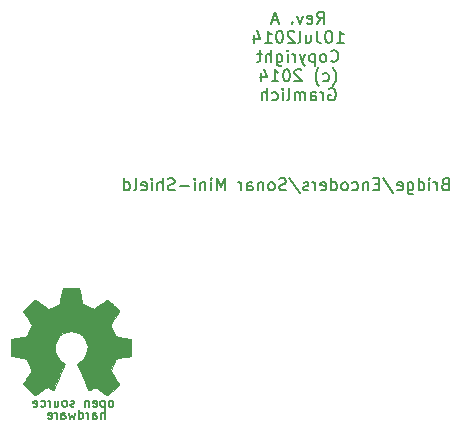
<source format=gbo>
%FSLAX34Y34*%
G04 Gerber Fmt 3.4, Leading zero omitted, Abs format*
G04 (created by PCBNEW (2014-jan-25)-product) date Thu 10 Jul 2014 10:52:34 PM PDT*
%MOIN*%
G01*
G70*
G90*
G04 APERTURE LIST*
%ADD10C,0.003937*%
%ADD11C,0.008000*%
%ADD12C,0.006000*%
%ADD13C,0.000100*%
G04 APERTURE END LIST*
G54D10*
G54D11*
X45030Y-49971D02*
X44973Y-49990D01*
X44954Y-50009D01*
X44935Y-50047D01*
X44935Y-50104D01*
X44954Y-50142D01*
X44973Y-50161D01*
X45011Y-50180D01*
X45164Y-50180D01*
X45164Y-49780D01*
X45030Y-49780D01*
X44992Y-49800D01*
X44973Y-49819D01*
X44954Y-49857D01*
X44954Y-49895D01*
X44973Y-49933D01*
X44992Y-49952D01*
X45030Y-49971D01*
X45164Y-49971D01*
X44764Y-50180D02*
X44764Y-49914D01*
X44764Y-49990D02*
X44745Y-49952D01*
X44726Y-49933D01*
X44688Y-49914D01*
X44649Y-49914D01*
X44516Y-50180D02*
X44516Y-49914D01*
X44516Y-49780D02*
X44535Y-49800D01*
X44516Y-49819D01*
X44497Y-49800D01*
X44516Y-49780D01*
X44516Y-49819D01*
X44154Y-50180D02*
X44154Y-49780D01*
X44154Y-50161D02*
X44192Y-50180D01*
X44269Y-50180D01*
X44307Y-50161D01*
X44326Y-50142D01*
X44345Y-50104D01*
X44345Y-49990D01*
X44326Y-49952D01*
X44307Y-49933D01*
X44269Y-49914D01*
X44192Y-49914D01*
X44154Y-49933D01*
X43792Y-49914D02*
X43792Y-50238D01*
X43811Y-50276D01*
X43830Y-50295D01*
X43869Y-50314D01*
X43926Y-50314D01*
X43964Y-50295D01*
X43792Y-50161D02*
X43830Y-50180D01*
X43907Y-50180D01*
X43945Y-50161D01*
X43964Y-50142D01*
X43983Y-50104D01*
X43983Y-49990D01*
X43964Y-49952D01*
X43945Y-49933D01*
X43907Y-49914D01*
X43830Y-49914D01*
X43792Y-49933D01*
X43449Y-50161D02*
X43488Y-50180D01*
X43564Y-50180D01*
X43602Y-50161D01*
X43621Y-50123D01*
X43621Y-49971D01*
X43602Y-49933D01*
X43564Y-49914D01*
X43488Y-49914D01*
X43449Y-49933D01*
X43430Y-49971D01*
X43430Y-50009D01*
X43621Y-50047D01*
X42973Y-49761D02*
X43316Y-50276D01*
X42840Y-49971D02*
X42707Y-49971D01*
X42649Y-50180D02*
X42840Y-50180D01*
X42840Y-49780D01*
X42649Y-49780D01*
X42478Y-49914D02*
X42478Y-50180D01*
X42478Y-49952D02*
X42459Y-49933D01*
X42421Y-49914D01*
X42364Y-49914D01*
X42326Y-49933D01*
X42307Y-49971D01*
X42307Y-50180D01*
X41945Y-50161D02*
X41983Y-50180D01*
X42059Y-50180D01*
X42097Y-50161D01*
X42116Y-50142D01*
X42135Y-50104D01*
X42135Y-49990D01*
X42116Y-49952D01*
X42097Y-49933D01*
X42059Y-49914D01*
X41983Y-49914D01*
X41945Y-49933D01*
X41716Y-50180D02*
X41754Y-50161D01*
X41773Y-50142D01*
X41792Y-50104D01*
X41792Y-49990D01*
X41773Y-49952D01*
X41754Y-49933D01*
X41716Y-49914D01*
X41659Y-49914D01*
X41621Y-49933D01*
X41602Y-49952D01*
X41583Y-49990D01*
X41583Y-50104D01*
X41602Y-50142D01*
X41621Y-50161D01*
X41659Y-50180D01*
X41716Y-50180D01*
X41240Y-50180D02*
X41240Y-49780D01*
X41240Y-50161D02*
X41278Y-50180D01*
X41354Y-50180D01*
X41392Y-50161D01*
X41411Y-50142D01*
X41430Y-50104D01*
X41430Y-49990D01*
X41411Y-49952D01*
X41392Y-49933D01*
X41354Y-49914D01*
X41278Y-49914D01*
X41240Y-49933D01*
X40897Y-50161D02*
X40935Y-50180D01*
X41011Y-50180D01*
X41049Y-50161D01*
X41069Y-50123D01*
X41069Y-49971D01*
X41049Y-49933D01*
X41011Y-49914D01*
X40935Y-49914D01*
X40897Y-49933D01*
X40878Y-49971D01*
X40878Y-50009D01*
X41069Y-50047D01*
X40707Y-50180D02*
X40707Y-49914D01*
X40707Y-49990D02*
X40688Y-49952D01*
X40669Y-49933D01*
X40630Y-49914D01*
X40592Y-49914D01*
X40478Y-50161D02*
X40440Y-50180D01*
X40364Y-50180D01*
X40326Y-50161D01*
X40307Y-50123D01*
X40307Y-50104D01*
X40326Y-50066D01*
X40364Y-50047D01*
X40421Y-50047D01*
X40459Y-50028D01*
X40478Y-49990D01*
X40478Y-49971D01*
X40459Y-49933D01*
X40421Y-49914D01*
X40364Y-49914D01*
X40326Y-49933D01*
X39850Y-49761D02*
X40192Y-50276D01*
X39735Y-50161D02*
X39678Y-50180D01*
X39583Y-50180D01*
X39545Y-50161D01*
X39526Y-50142D01*
X39507Y-50104D01*
X39507Y-50066D01*
X39526Y-50028D01*
X39545Y-50009D01*
X39583Y-49990D01*
X39659Y-49971D01*
X39697Y-49952D01*
X39716Y-49933D01*
X39735Y-49895D01*
X39735Y-49857D01*
X39716Y-49819D01*
X39697Y-49800D01*
X39659Y-49780D01*
X39564Y-49780D01*
X39507Y-49800D01*
X39278Y-50180D02*
X39316Y-50161D01*
X39335Y-50142D01*
X39354Y-50104D01*
X39354Y-49990D01*
X39335Y-49952D01*
X39316Y-49933D01*
X39278Y-49914D01*
X39221Y-49914D01*
X39183Y-49933D01*
X39164Y-49952D01*
X39145Y-49990D01*
X39145Y-50104D01*
X39164Y-50142D01*
X39183Y-50161D01*
X39221Y-50180D01*
X39278Y-50180D01*
X38973Y-49914D02*
X38973Y-50180D01*
X38973Y-49952D02*
X38954Y-49933D01*
X38916Y-49914D01*
X38859Y-49914D01*
X38821Y-49933D01*
X38802Y-49971D01*
X38802Y-50180D01*
X38440Y-50180D02*
X38440Y-49971D01*
X38459Y-49933D01*
X38497Y-49914D01*
X38573Y-49914D01*
X38611Y-49933D01*
X38440Y-50161D02*
X38478Y-50180D01*
X38573Y-50180D01*
X38611Y-50161D01*
X38630Y-50123D01*
X38630Y-50085D01*
X38611Y-50047D01*
X38573Y-50028D01*
X38478Y-50028D01*
X38440Y-50009D01*
X38250Y-50180D02*
X38250Y-49914D01*
X38250Y-49990D02*
X38230Y-49952D01*
X38211Y-49933D01*
X38173Y-49914D01*
X38135Y-49914D01*
X37697Y-50180D02*
X37697Y-49780D01*
X37564Y-50066D01*
X37430Y-49780D01*
X37430Y-50180D01*
X37240Y-50180D02*
X37240Y-49914D01*
X37240Y-49780D02*
X37259Y-49800D01*
X37240Y-49819D01*
X37221Y-49800D01*
X37240Y-49780D01*
X37240Y-49819D01*
X37050Y-49914D02*
X37050Y-50180D01*
X37050Y-49952D02*
X37030Y-49933D01*
X36992Y-49914D01*
X36935Y-49914D01*
X36897Y-49933D01*
X36878Y-49971D01*
X36878Y-50180D01*
X36688Y-50180D02*
X36688Y-49914D01*
X36688Y-49780D02*
X36707Y-49800D01*
X36688Y-49819D01*
X36669Y-49800D01*
X36688Y-49780D01*
X36688Y-49819D01*
X36497Y-50028D02*
X36192Y-50028D01*
X36021Y-50161D02*
X35964Y-50180D01*
X35869Y-50180D01*
X35830Y-50161D01*
X35811Y-50142D01*
X35792Y-50104D01*
X35792Y-50066D01*
X35811Y-50028D01*
X35830Y-50009D01*
X35869Y-49990D01*
X35945Y-49971D01*
X35983Y-49952D01*
X36002Y-49933D01*
X36021Y-49895D01*
X36021Y-49857D01*
X36002Y-49819D01*
X35983Y-49800D01*
X35945Y-49780D01*
X35850Y-49780D01*
X35792Y-49800D01*
X35621Y-50180D02*
X35621Y-49780D01*
X35450Y-50180D02*
X35450Y-49971D01*
X35469Y-49933D01*
X35507Y-49914D01*
X35564Y-49914D01*
X35602Y-49933D01*
X35621Y-49952D01*
X35259Y-50180D02*
X35259Y-49914D01*
X35259Y-49780D02*
X35278Y-49800D01*
X35259Y-49819D01*
X35240Y-49800D01*
X35259Y-49780D01*
X35259Y-49819D01*
X34916Y-50161D02*
X34954Y-50180D01*
X35030Y-50180D01*
X35069Y-50161D01*
X35088Y-50123D01*
X35088Y-49971D01*
X35069Y-49933D01*
X35030Y-49914D01*
X34954Y-49914D01*
X34916Y-49933D01*
X34897Y-49971D01*
X34897Y-50009D01*
X35088Y-50047D01*
X34669Y-50180D02*
X34707Y-50161D01*
X34726Y-50123D01*
X34726Y-49780D01*
X34345Y-50180D02*
X34345Y-49780D01*
X34345Y-50161D02*
X34383Y-50180D01*
X34459Y-50180D01*
X34497Y-50161D01*
X34516Y-50142D01*
X34535Y-50104D01*
X34535Y-49990D01*
X34516Y-49952D01*
X34497Y-49933D01*
X34459Y-49914D01*
X34383Y-49914D01*
X34345Y-49933D01*
X40769Y-44620D02*
X40902Y-44430D01*
X40997Y-44620D02*
X40997Y-44220D01*
X40845Y-44220D01*
X40807Y-44240D01*
X40788Y-44259D01*
X40769Y-44297D01*
X40769Y-44354D01*
X40788Y-44392D01*
X40807Y-44411D01*
X40845Y-44430D01*
X40997Y-44430D01*
X40445Y-44601D02*
X40483Y-44620D01*
X40559Y-44620D01*
X40597Y-44601D01*
X40616Y-44563D01*
X40616Y-44411D01*
X40597Y-44373D01*
X40559Y-44354D01*
X40483Y-44354D01*
X40445Y-44373D01*
X40426Y-44411D01*
X40426Y-44449D01*
X40616Y-44487D01*
X40292Y-44354D02*
X40197Y-44620D01*
X40102Y-44354D01*
X39950Y-44582D02*
X39930Y-44601D01*
X39950Y-44620D01*
X39969Y-44601D01*
X39950Y-44582D01*
X39950Y-44620D01*
X39473Y-44506D02*
X39283Y-44506D01*
X39511Y-44620D02*
X39378Y-44220D01*
X39245Y-44620D01*
X41426Y-45260D02*
X41654Y-45260D01*
X41540Y-45260D02*
X41540Y-44860D01*
X41578Y-44918D01*
X41616Y-44956D01*
X41654Y-44975D01*
X41178Y-44860D02*
X41140Y-44860D01*
X41102Y-44880D01*
X41083Y-44899D01*
X41064Y-44937D01*
X41045Y-45013D01*
X41045Y-45108D01*
X41064Y-45184D01*
X41083Y-45222D01*
X41102Y-45241D01*
X41140Y-45260D01*
X41178Y-45260D01*
X41216Y-45241D01*
X41235Y-45222D01*
X41254Y-45184D01*
X41273Y-45108D01*
X41273Y-45013D01*
X41254Y-44937D01*
X41235Y-44899D01*
X41216Y-44880D01*
X41178Y-44860D01*
X40759Y-44860D02*
X40759Y-45146D01*
X40778Y-45203D01*
X40816Y-45241D01*
X40873Y-45260D01*
X40911Y-45260D01*
X40397Y-44994D02*
X40397Y-45260D01*
X40569Y-44994D02*
X40569Y-45203D01*
X40549Y-45241D01*
X40511Y-45260D01*
X40454Y-45260D01*
X40416Y-45241D01*
X40397Y-45222D01*
X40149Y-45260D02*
X40188Y-45241D01*
X40207Y-45203D01*
X40207Y-44860D01*
X40016Y-44899D02*
X39997Y-44880D01*
X39959Y-44860D01*
X39864Y-44860D01*
X39826Y-44880D01*
X39807Y-44899D01*
X39788Y-44937D01*
X39788Y-44975D01*
X39807Y-45032D01*
X40035Y-45260D01*
X39788Y-45260D01*
X39540Y-44860D02*
X39502Y-44860D01*
X39464Y-44880D01*
X39445Y-44899D01*
X39426Y-44937D01*
X39407Y-45013D01*
X39407Y-45108D01*
X39426Y-45184D01*
X39445Y-45222D01*
X39464Y-45241D01*
X39502Y-45260D01*
X39540Y-45260D01*
X39578Y-45241D01*
X39597Y-45222D01*
X39616Y-45184D01*
X39635Y-45108D01*
X39635Y-45013D01*
X39616Y-44937D01*
X39597Y-44899D01*
X39578Y-44880D01*
X39540Y-44860D01*
X39026Y-45260D02*
X39254Y-45260D01*
X39140Y-45260D02*
X39140Y-44860D01*
X39178Y-44918D01*
X39216Y-44956D01*
X39254Y-44975D01*
X38683Y-44994D02*
X38683Y-45260D01*
X38778Y-44841D02*
X38873Y-45127D01*
X38626Y-45127D01*
X41235Y-45862D02*
X41254Y-45881D01*
X41311Y-45900D01*
X41350Y-45900D01*
X41407Y-45881D01*
X41445Y-45843D01*
X41464Y-45805D01*
X41483Y-45729D01*
X41483Y-45672D01*
X41464Y-45596D01*
X41445Y-45558D01*
X41407Y-45520D01*
X41350Y-45500D01*
X41311Y-45500D01*
X41254Y-45520D01*
X41235Y-45539D01*
X41007Y-45900D02*
X41045Y-45881D01*
X41064Y-45862D01*
X41083Y-45824D01*
X41083Y-45710D01*
X41064Y-45672D01*
X41045Y-45653D01*
X41007Y-45634D01*
X40950Y-45634D01*
X40911Y-45653D01*
X40892Y-45672D01*
X40873Y-45710D01*
X40873Y-45824D01*
X40892Y-45862D01*
X40911Y-45881D01*
X40950Y-45900D01*
X41007Y-45900D01*
X40702Y-45634D02*
X40702Y-46034D01*
X40702Y-45653D02*
X40664Y-45634D01*
X40588Y-45634D01*
X40550Y-45653D01*
X40530Y-45672D01*
X40511Y-45710D01*
X40511Y-45824D01*
X40530Y-45862D01*
X40550Y-45881D01*
X40588Y-45900D01*
X40664Y-45900D01*
X40702Y-45881D01*
X40378Y-45634D02*
X40283Y-45900D01*
X40188Y-45634D02*
X40283Y-45900D01*
X40321Y-45996D01*
X40340Y-46015D01*
X40378Y-46034D01*
X40035Y-45900D02*
X40035Y-45634D01*
X40035Y-45710D02*
X40016Y-45672D01*
X39997Y-45653D01*
X39959Y-45634D01*
X39921Y-45634D01*
X39788Y-45900D02*
X39788Y-45634D01*
X39788Y-45500D02*
X39807Y-45520D01*
X39788Y-45539D01*
X39769Y-45520D01*
X39788Y-45500D01*
X39788Y-45539D01*
X39426Y-45634D02*
X39426Y-45958D01*
X39445Y-45996D01*
X39464Y-46015D01*
X39502Y-46034D01*
X39559Y-46034D01*
X39597Y-46015D01*
X39426Y-45881D02*
X39464Y-45900D01*
X39540Y-45900D01*
X39578Y-45881D01*
X39597Y-45862D01*
X39616Y-45824D01*
X39616Y-45710D01*
X39597Y-45672D01*
X39578Y-45653D01*
X39540Y-45634D01*
X39464Y-45634D01*
X39426Y-45653D01*
X39235Y-45900D02*
X39235Y-45500D01*
X39064Y-45900D02*
X39064Y-45691D01*
X39083Y-45653D01*
X39121Y-45634D01*
X39178Y-45634D01*
X39216Y-45653D01*
X39235Y-45672D01*
X38930Y-45634D02*
X38778Y-45634D01*
X38873Y-45500D02*
X38873Y-45843D01*
X38854Y-45881D01*
X38816Y-45900D01*
X38778Y-45900D01*
X41292Y-46693D02*
X41311Y-46674D01*
X41349Y-46617D01*
X41369Y-46579D01*
X41388Y-46521D01*
X41407Y-46426D01*
X41407Y-46350D01*
X41388Y-46255D01*
X41369Y-46198D01*
X41349Y-46160D01*
X41311Y-46102D01*
X41292Y-46083D01*
X40969Y-46521D02*
X41007Y-46540D01*
X41083Y-46540D01*
X41121Y-46521D01*
X41140Y-46502D01*
X41159Y-46464D01*
X41159Y-46350D01*
X41140Y-46312D01*
X41121Y-46293D01*
X41083Y-46274D01*
X41007Y-46274D01*
X40969Y-46293D01*
X40835Y-46693D02*
X40816Y-46674D01*
X40778Y-46617D01*
X40759Y-46579D01*
X40740Y-46521D01*
X40721Y-46426D01*
X40721Y-46350D01*
X40740Y-46255D01*
X40759Y-46198D01*
X40778Y-46160D01*
X40816Y-46102D01*
X40835Y-46083D01*
X40245Y-46179D02*
X40226Y-46160D01*
X40188Y-46140D01*
X40092Y-46140D01*
X40054Y-46160D01*
X40035Y-46179D01*
X40016Y-46217D01*
X40016Y-46255D01*
X40035Y-46312D01*
X40264Y-46540D01*
X40016Y-46540D01*
X39769Y-46140D02*
X39730Y-46140D01*
X39692Y-46160D01*
X39673Y-46179D01*
X39654Y-46217D01*
X39635Y-46293D01*
X39635Y-46388D01*
X39654Y-46464D01*
X39673Y-46502D01*
X39692Y-46521D01*
X39730Y-46540D01*
X39769Y-46540D01*
X39807Y-46521D01*
X39826Y-46502D01*
X39845Y-46464D01*
X39864Y-46388D01*
X39864Y-46293D01*
X39845Y-46217D01*
X39826Y-46179D01*
X39807Y-46160D01*
X39769Y-46140D01*
X39254Y-46540D02*
X39483Y-46540D01*
X39369Y-46540D02*
X39369Y-46140D01*
X39407Y-46198D01*
X39445Y-46236D01*
X39483Y-46255D01*
X38911Y-46274D02*
X38911Y-46540D01*
X39007Y-46121D02*
X39102Y-46407D01*
X38854Y-46407D01*
X41169Y-46800D02*
X41207Y-46780D01*
X41264Y-46780D01*
X41321Y-46800D01*
X41359Y-46838D01*
X41378Y-46876D01*
X41397Y-46952D01*
X41397Y-47009D01*
X41378Y-47085D01*
X41359Y-47123D01*
X41321Y-47161D01*
X41264Y-47180D01*
X41226Y-47180D01*
X41169Y-47161D01*
X41150Y-47142D01*
X41150Y-47009D01*
X41226Y-47009D01*
X40978Y-47180D02*
X40978Y-46914D01*
X40978Y-46990D02*
X40959Y-46952D01*
X40940Y-46933D01*
X40902Y-46914D01*
X40864Y-46914D01*
X40559Y-47180D02*
X40559Y-46971D01*
X40578Y-46933D01*
X40616Y-46914D01*
X40692Y-46914D01*
X40730Y-46933D01*
X40559Y-47161D02*
X40597Y-47180D01*
X40692Y-47180D01*
X40730Y-47161D01*
X40750Y-47123D01*
X40750Y-47085D01*
X40730Y-47047D01*
X40692Y-47028D01*
X40597Y-47028D01*
X40559Y-47009D01*
X40369Y-47180D02*
X40369Y-46914D01*
X40369Y-46952D02*
X40350Y-46933D01*
X40311Y-46914D01*
X40254Y-46914D01*
X40216Y-46933D01*
X40197Y-46971D01*
X40197Y-47180D01*
X40197Y-46971D02*
X40178Y-46933D01*
X40140Y-46914D01*
X40083Y-46914D01*
X40045Y-46933D01*
X40026Y-46971D01*
X40026Y-47180D01*
X39778Y-47180D02*
X39816Y-47161D01*
X39835Y-47123D01*
X39835Y-46780D01*
X39626Y-47180D02*
X39626Y-46914D01*
X39626Y-46780D02*
X39645Y-46800D01*
X39626Y-46819D01*
X39607Y-46800D01*
X39626Y-46780D01*
X39626Y-46819D01*
X39264Y-47161D02*
X39302Y-47180D01*
X39378Y-47180D01*
X39416Y-47161D01*
X39435Y-47142D01*
X39454Y-47104D01*
X39454Y-46990D01*
X39435Y-46952D01*
X39416Y-46933D01*
X39378Y-46914D01*
X39302Y-46914D01*
X39264Y-46933D01*
X39092Y-47180D02*
X39092Y-46780D01*
X38921Y-47180D02*
X38921Y-46971D01*
X38940Y-46933D01*
X38978Y-46914D01*
X39035Y-46914D01*
X39073Y-46933D01*
X39092Y-46952D01*
G54D12*
X33687Y-57795D02*
X33687Y-57495D01*
X33558Y-57795D02*
X33558Y-57638D01*
X33572Y-57610D01*
X33601Y-57595D01*
X33644Y-57595D01*
X33672Y-57610D01*
X33687Y-57624D01*
X33287Y-57795D02*
X33287Y-57638D01*
X33301Y-57610D01*
X33330Y-57595D01*
X33387Y-57595D01*
X33415Y-57610D01*
X33287Y-57781D02*
X33315Y-57795D01*
X33387Y-57795D01*
X33415Y-57781D01*
X33430Y-57752D01*
X33430Y-57724D01*
X33415Y-57695D01*
X33387Y-57681D01*
X33315Y-57681D01*
X33287Y-57667D01*
X33144Y-57795D02*
X33144Y-57595D01*
X33144Y-57652D02*
X33130Y-57624D01*
X33115Y-57610D01*
X33087Y-57595D01*
X33058Y-57595D01*
X32830Y-57795D02*
X32830Y-57495D01*
X32830Y-57781D02*
X32858Y-57795D01*
X32915Y-57795D01*
X32944Y-57781D01*
X32958Y-57767D01*
X32972Y-57738D01*
X32972Y-57652D01*
X32958Y-57624D01*
X32944Y-57610D01*
X32915Y-57595D01*
X32858Y-57595D01*
X32830Y-57610D01*
X32715Y-57595D02*
X32658Y-57795D01*
X32601Y-57652D01*
X32544Y-57795D01*
X32487Y-57595D01*
X32244Y-57795D02*
X32244Y-57638D01*
X32258Y-57610D01*
X32287Y-57595D01*
X32344Y-57595D01*
X32372Y-57610D01*
X32244Y-57781D02*
X32272Y-57795D01*
X32344Y-57795D01*
X32372Y-57781D01*
X32387Y-57752D01*
X32387Y-57724D01*
X32372Y-57695D01*
X32344Y-57681D01*
X32272Y-57681D01*
X32244Y-57667D01*
X32101Y-57795D02*
X32101Y-57595D01*
X32101Y-57652D02*
X32087Y-57624D01*
X32072Y-57610D01*
X32044Y-57595D01*
X32015Y-57595D01*
X31801Y-57781D02*
X31830Y-57795D01*
X31887Y-57795D01*
X31915Y-57781D01*
X31930Y-57752D01*
X31930Y-57638D01*
X31915Y-57610D01*
X31887Y-57595D01*
X31830Y-57595D01*
X31801Y-57610D01*
X31787Y-57638D01*
X31787Y-57667D01*
X31930Y-57695D01*
X33921Y-57385D02*
X33950Y-57371D01*
X33964Y-57357D01*
X33978Y-57328D01*
X33978Y-57242D01*
X33964Y-57214D01*
X33950Y-57200D01*
X33921Y-57185D01*
X33878Y-57185D01*
X33850Y-57200D01*
X33835Y-57214D01*
X33821Y-57242D01*
X33821Y-57328D01*
X33835Y-57357D01*
X33850Y-57371D01*
X33878Y-57385D01*
X33921Y-57385D01*
X33692Y-57185D02*
X33692Y-57485D01*
X33692Y-57200D02*
X33664Y-57185D01*
X33607Y-57185D01*
X33578Y-57200D01*
X33564Y-57214D01*
X33550Y-57242D01*
X33550Y-57328D01*
X33564Y-57357D01*
X33578Y-57371D01*
X33607Y-57385D01*
X33664Y-57385D01*
X33692Y-57371D01*
X33307Y-57371D02*
X33335Y-57385D01*
X33392Y-57385D01*
X33421Y-57371D01*
X33435Y-57342D01*
X33435Y-57228D01*
X33421Y-57200D01*
X33392Y-57185D01*
X33335Y-57185D01*
X33307Y-57200D01*
X33292Y-57228D01*
X33292Y-57257D01*
X33435Y-57285D01*
X33164Y-57185D02*
X33164Y-57385D01*
X33164Y-57214D02*
X33150Y-57200D01*
X33121Y-57185D01*
X33078Y-57185D01*
X33050Y-57200D01*
X33035Y-57228D01*
X33035Y-57385D01*
X32678Y-57371D02*
X32650Y-57385D01*
X32592Y-57385D01*
X32564Y-57371D01*
X32550Y-57342D01*
X32550Y-57328D01*
X32564Y-57300D01*
X32592Y-57285D01*
X32635Y-57285D01*
X32664Y-57271D01*
X32678Y-57242D01*
X32678Y-57228D01*
X32664Y-57200D01*
X32635Y-57185D01*
X32592Y-57185D01*
X32564Y-57200D01*
X32378Y-57385D02*
X32407Y-57371D01*
X32421Y-57357D01*
X32435Y-57328D01*
X32435Y-57242D01*
X32421Y-57214D01*
X32407Y-57200D01*
X32378Y-57185D01*
X32335Y-57185D01*
X32307Y-57200D01*
X32292Y-57214D01*
X32278Y-57242D01*
X32278Y-57328D01*
X32292Y-57357D01*
X32307Y-57371D01*
X32335Y-57385D01*
X32378Y-57385D01*
X32021Y-57185D02*
X32021Y-57385D01*
X32150Y-57185D02*
X32150Y-57342D01*
X32135Y-57371D01*
X32107Y-57385D01*
X32064Y-57385D01*
X32035Y-57371D01*
X32021Y-57357D01*
X31878Y-57385D02*
X31878Y-57185D01*
X31878Y-57242D02*
X31864Y-57214D01*
X31850Y-57200D01*
X31821Y-57185D01*
X31792Y-57185D01*
X31564Y-57371D02*
X31592Y-57385D01*
X31650Y-57385D01*
X31678Y-57371D01*
X31692Y-57357D01*
X31707Y-57328D01*
X31707Y-57242D01*
X31692Y-57214D01*
X31678Y-57200D01*
X31650Y-57185D01*
X31592Y-57185D01*
X31564Y-57200D01*
X31321Y-57371D02*
X31350Y-57385D01*
X31407Y-57385D01*
X31435Y-57371D01*
X31450Y-57342D01*
X31450Y-57228D01*
X31435Y-57200D01*
X31407Y-57185D01*
X31350Y-57185D01*
X31321Y-57200D01*
X31307Y-57228D01*
X31307Y-57257D01*
X31450Y-57285D01*
G54D13*
G36*
X31358Y-57016D02*
X31379Y-57006D01*
X31426Y-56976D01*
X31492Y-56932D01*
X31571Y-56879D01*
X31650Y-56826D01*
X31716Y-56782D01*
X31761Y-56753D01*
X31780Y-56742D01*
X31790Y-56746D01*
X31828Y-56764D01*
X31883Y-56793D01*
X31914Y-56809D01*
X31965Y-56831D01*
X31989Y-56835D01*
X31994Y-56828D01*
X32012Y-56790D01*
X32041Y-56724D01*
X32079Y-56638D01*
X32122Y-56536D01*
X32168Y-56427D01*
X32215Y-56315D01*
X32259Y-56208D01*
X32298Y-56113D01*
X32329Y-56035D01*
X32350Y-55981D01*
X32358Y-55957D01*
X32355Y-55953D01*
X32330Y-55928D01*
X32286Y-55895D01*
X32192Y-55819D01*
X32098Y-55702D01*
X32041Y-55569D01*
X32023Y-55422D01*
X32039Y-55286D01*
X32092Y-55155D01*
X32184Y-55037D01*
X32295Y-54949D01*
X32424Y-54894D01*
X32570Y-54876D01*
X32709Y-54892D01*
X32843Y-54944D01*
X32961Y-55034D01*
X33011Y-55092D01*
X33080Y-55211D01*
X33119Y-55339D01*
X33123Y-55372D01*
X33117Y-55512D01*
X33076Y-55647D01*
X33001Y-55767D01*
X32898Y-55866D01*
X32886Y-55875D01*
X32838Y-55911D01*
X32806Y-55935D01*
X32781Y-55956D01*
X32960Y-56386D01*
X32988Y-56455D01*
X33037Y-56572D01*
X33081Y-56674D01*
X33115Y-56755D01*
X33139Y-56808D01*
X33149Y-56830D01*
X33151Y-56831D01*
X33166Y-56834D01*
X33199Y-56822D01*
X33259Y-56793D01*
X33299Y-56773D01*
X33345Y-56751D01*
X33365Y-56742D01*
X33382Y-56752D01*
X33427Y-56780D01*
X33491Y-56823D01*
X33568Y-56875D01*
X33641Y-56925D01*
X33708Y-56970D01*
X33758Y-57001D01*
X33781Y-57014D01*
X33785Y-57014D01*
X33806Y-57002D01*
X33845Y-56970D01*
X33904Y-56914D01*
X33987Y-56833D01*
X33999Y-56820D01*
X34067Y-56751D01*
X34123Y-56692D01*
X34160Y-56651D01*
X34173Y-56632D01*
X34173Y-56632D01*
X34161Y-56609D01*
X34130Y-56560D01*
X34085Y-56491D01*
X34031Y-56411D01*
X33888Y-56204D01*
X33967Y-56009D01*
X33991Y-55949D01*
X34021Y-55876D01*
X34044Y-55824D01*
X34056Y-55802D01*
X34077Y-55794D01*
X34130Y-55781D01*
X34208Y-55765D01*
X34300Y-55748D01*
X34388Y-55732D01*
X34468Y-55717D01*
X34526Y-55706D01*
X34552Y-55700D01*
X34558Y-55697D01*
X34563Y-55684D01*
X34566Y-55657D01*
X34568Y-55609D01*
X34569Y-55533D01*
X34569Y-55422D01*
X34569Y-55410D01*
X34568Y-55305D01*
X34567Y-55221D01*
X34564Y-55167D01*
X34560Y-55145D01*
X34560Y-55145D01*
X34535Y-55139D01*
X34479Y-55127D01*
X34399Y-55111D01*
X34304Y-55093D01*
X34298Y-55092D01*
X34204Y-55074D01*
X34124Y-55057D01*
X34069Y-55044D01*
X34045Y-55037D01*
X34041Y-55030D01*
X34021Y-54994D01*
X33994Y-54935D01*
X33963Y-54863D01*
X33932Y-54789D01*
X33905Y-54722D01*
X33887Y-54672D01*
X33882Y-54650D01*
X33882Y-54649D01*
X33897Y-54626D01*
X33929Y-54578D01*
X33975Y-54509D01*
X34030Y-54429D01*
X34035Y-54423D01*
X34089Y-54343D01*
X34133Y-54275D01*
X34162Y-54227D01*
X34173Y-54205D01*
X34173Y-54204D01*
X34155Y-54180D01*
X34114Y-54135D01*
X34056Y-54074D01*
X33986Y-54003D01*
X33964Y-53981D01*
X33886Y-53905D01*
X33832Y-53856D01*
X33798Y-53829D01*
X33782Y-53823D01*
X33782Y-53824D01*
X33758Y-53838D01*
X33707Y-53871D01*
X33639Y-53918D01*
X33558Y-53973D01*
X33552Y-53977D01*
X33472Y-54031D01*
X33405Y-54076D01*
X33358Y-54107D01*
X33337Y-54120D01*
X33334Y-54120D01*
X33301Y-54110D01*
X33244Y-54090D01*
X33174Y-54063D01*
X33100Y-54034D01*
X33033Y-54005D01*
X32983Y-53982D01*
X32959Y-53969D01*
X32958Y-53967D01*
X32950Y-53939D01*
X32936Y-53879D01*
X32919Y-53797D01*
X32901Y-53699D01*
X32898Y-53683D01*
X32880Y-53588D01*
X32864Y-53509D01*
X32853Y-53455D01*
X32848Y-53432D01*
X32834Y-53429D01*
X32787Y-53426D01*
X32716Y-53424D01*
X32630Y-53423D01*
X32540Y-53424D01*
X32451Y-53425D01*
X32376Y-53428D01*
X32322Y-53432D01*
X32299Y-53436D01*
X32299Y-53438D01*
X32290Y-53467D01*
X32277Y-53527D01*
X32260Y-53610D01*
X32242Y-53708D01*
X32238Y-53725D01*
X32220Y-53820D01*
X32204Y-53898D01*
X32193Y-53952D01*
X32187Y-53973D01*
X32178Y-53978D01*
X32139Y-53995D01*
X32075Y-54021D01*
X31996Y-54053D01*
X31813Y-54127D01*
X31589Y-53973D01*
X31568Y-53959D01*
X31487Y-53904D01*
X31421Y-53860D01*
X31375Y-53830D01*
X31356Y-53819D01*
X31354Y-53820D01*
X31332Y-53840D01*
X31287Y-53882D01*
X31227Y-53941D01*
X31156Y-54011D01*
X31104Y-54063D01*
X31042Y-54126D01*
X31003Y-54169D01*
X30981Y-54196D01*
X30974Y-54212D01*
X30975Y-54223D01*
X30990Y-54246D01*
X31023Y-54296D01*
X31069Y-54364D01*
X31124Y-54443D01*
X31169Y-54509D01*
X31218Y-54585D01*
X31249Y-54639D01*
X31260Y-54665D01*
X31257Y-54676D01*
X31242Y-54720D01*
X31215Y-54786D01*
X31181Y-54865D01*
X31103Y-55043D01*
X30987Y-55065D01*
X30916Y-55079D01*
X30818Y-55098D01*
X30723Y-55116D01*
X30576Y-55145D01*
X30570Y-55687D01*
X30593Y-55696D01*
X30615Y-55702D01*
X30670Y-55714D01*
X30748Y-55730D01*
X30840Y-55747D01*
X30918Y-55762D01*
X30997Y-55777D01*
X31054Y-55788D01*
X31079Y-55793D01*
X31085Y-55802D01*
X31105Y-55840D01*
X31133Y-55901D01*
X31165Y-55974D01*
X31196Y-56050D01*
X31224Y-56120D01*
X31243Y-56173D01*
X31251Y-56201D01*
X31240Y-56222D01*
X31210Y-56268D01*
X31166Y-56334D01*
X31113Y-56413D01*
X31059Y-56491D01*
X31014Y-56558D01*
X30982Y-56607D01*
X30969Y-56629D01*
X30975Y-56644D01*
X31007Y-56682D01*
X31066Y-56743D01*
X31154Y-56830D01*
X31169Y-56844D01*
X31239Y-56912D01*
X31298Y-56966D01*
X31339Y-57003D01*
X31358Y-57016D01*
X31358Y-57016D01*
G37*
X31358Y-57016D02*
X31379Y-57006D01*
X31426Y-56976D01*
X31492Y-56932D01*
X31571Y-56879D01*
X31650Y-56826D01*
X31716Y-56782D01*
X31761Y-56753D01*
X31780Y-56742D01*
X31790Y-56746D01*
X31828Y-56764D01*
X31883Y-56793D01*
X31914Y-56809D01*
X31965Y-56831D01*
X31989Y-56835D01*
X31994Y-56828D01*
X32012Y-56790D01*
X32041Y-56724D01*
X32079Y-56638D01*
X32122Y-56536D01*
X32168Y-56427D01*
X32215Y-56315D01*
X32259Y-56208D01*
X32298Y-56113D01*
X32329Y-56035D01*
X32350Y-55981D01*
X32358Y-55957D01*
X32355Y-55953D01*
X32330Y-55928D01*
X32286Y-55895D01*
X32192Y-55819D01*
X32098Y-55702D01*
X32041Y-55569D01*
X32023Y-55422D01*
X32039Y-55286D01*
X32092Y-55155D01*
X32184Y-55037D01*
X32295Y-54949D01*
X32424Y-54894D01*
X32570Y-54876D01*
X32709Y-54892D01*
X32843Y-54944D01*
X32961Y-55034D01*
X33011Y-55092D01*
X33080Y-55211D01*
X33119Y-55339D01*
X33123Y-55372D01*
X33117Y-55512D01*
X33076Y-55647D01*
X33001Y-55767D01*
X32898Y-55866D01*
X32886Y-55875D01*
X32838Y-55911D01*
X32806Y-55935D01*
X32781Y-55956D01*
X32960Y-56386D01*
X32988Y-56455D01*
X33037Y-56572D01*
X33081Y-56674D01*
X33115Y-56755D01*
X33139Y-56808D01*
X33149Y-56830D01*
X33151Y-56831D01*
X33166Y-56834D01*
X33199Y-56822D01*
X33259Y-56793D01*
X33299Y-56773D01*
X33345Y-56751D01*
X33365Y-56742D01*
X33382Y-56752D01*
X33427Y-56780D01*
X33491Y-56823D01*
X33568Y-56875D01*
X33641Y-56925D01*
X33708Y-56970D01*
X33758Y-57001D01*
X33781Y-57014D01*
X33785Y-57014D01*
X33806Y-57002D01*
X33845Y-56970D01*
X33904Y-56914D01*
X33987Y-56833D01*
X33999Y-56820D01*
X34067Y-56751D01*
X34123Y-56692D01*
X34160Y-56651D01*
X34173Y-56632D01*
X34173Y-56632D01*
X34161Y-56609D01*
X34130Y-56560D01*
X34085Y-56491D01*
X34031Y-56411D01*
X33888Y-56204D01*
X33967Y-56009D01*
X33991Y-55949D01*
X34021Y-55876D01*
X34044Y-55824D01*
X34056Y-55802D01*
X34077Y-55794D01*
X34130Y-55781D01*
X34208Y-55765D01*
X34300Y-55748D01*
X34388Y-55732D01*
X34468Y-55717D01*
X34526Y-55706D01*
X34552Y-55700D01*
X34558Y-55697D01*
X34563Y-55684D01*
X34566Y-55657D01*
X34568Y-55609D01*
X34569Y-55533D01*
X34569Y-55422D01*
X34569Y-55410D01*
X34568Y-55305D01*
X34567Y-55221D01*
X34564Y-55167D01*
X34560Y-55145D01*
X34560Y-55145D01*
X34535Y-55139D01*
X34479Y-55127D01*
X34399Y-55111D01*
X34304Y-55093D01*
X34298Y-55092D01*
X34204Y-55074D01*
X34124Y-55057D01*
X34069Y-55044D01*
X34045Y-55037D01*
X34041Y-55030D01*
X34021Y-54994D01*
X33994Y-54935D01*
X33963Y-54863D01*
X33932Y-54789D01*
X33905Y-54722D01*
X33887Y-54672D01*
X33882Y-54650D01*
X33882Y-54649D01*
X33897Y-54626D01*
X33929Y-54578D01*
X33975Y-54509D01*
X34030Y-54429D01*
X34035Y-54423D01*
X34089Y-54343D01*
X34133Y-54275D01*
X34162Y-54227D01*
X34173Y-54205D01*
X34173Y-54204D01*
X34155Y-54180D01*
X34114Y-54135D01*
X34056Y-54074D01*
X33986Y-54003D01*
X33964Y-53981D01*
X33886Y-53905D01*
X33832Y-53856D01*
X33798Y-53829D01*
X33782Y-53823D01*
X33782Y-53824D01*
X33758Y-53838D01*
X33707Y-53871D01*
X33639Y-53918D01*
X33558Y-53973D01*
X33552Y-53977D01*
X33472Y-54031D01*
X33405Y-54076D01*
X33358Y-54107D01*
X33337Y-54120D01*
X33334Y-54120D01*
X33301Y-54110D01*
X33244Y-54090D01*
X33174Y-54063D01*
X33100Y-54034D01*
X33033Y-54005D01*
X32983Y-53982D01*
X32959Y-53969D01*
X32958Y-53967D01*
X32950Y-53939D01*
X32936Y-53879D01*
X32919Y-53797D01*
X32901Y-53699D01*
X32898Y-53683D01*
X32880Y-53588D01*
X32864Y-53509D01*
X32853Y-53455D01*
X32848Y-53432D01*
X32834Y-53429D01*
X32787Y-53426D01*
X32716Y-53424D01*
X32630Y-53423D01*
X32540Y-53424D01*
X32451Y-53425D01*
X32376Y-53428D01*
X32322Y-53432D01*
X32299Y-53436D01*
X32299Y-53438D01*
X32290Y-53467D01*
X32277Y-53527D01*
X32260Y-53610D01*
X32242Y-53708D01*
X32238Y-53725D01*
X32220Y-53820D01*
X32204Y-53898D01*
X32193Y-53952D01*
X32187Y-53973D01*
X32178Y-53978D01*
X32139Y-53995D01*
X32075Y-54021D01*
X31996Y-54053D01*
X31813Y-54127D01*
X31589Y-53973D01*
X31568Y-53959D01*
X31487Y-53904D01*
X31421Y-53860D01*
X31375Y-53830D01*
X31356Y-53819D01*
X31354Y-53820D01*
X31332Y-53840D01*
X31287Y-53882D01*
X31227Y-53941D01*
X31156Y-54011D01*
X31104Y-54063D01*
X31042Y-54126D01*
X31003Y-54169D01*
X30981Y-54196D01*
X30974Y-54212D01*
X30975Y-54223D01*
X30990Y-54246D01*
X31023Y-54296D01*
X31069Y-54364D01*
X31124Y-54443D01*
X31169Y-54509D01*
X31218Y-54585D01*
X31249Y-54639D01*
X31260Y-54665D01*
X31257Y-54676D01*
X31242Y-54720D01*
X31215Y-54786D01*
X31181Y-54865D01*
X31103Y-55043D01*
X30987Y-55065D01*
X30916Y-55079D01*
X30818Y-55098D01*
X30723Y-55116D01*
X30576Y-55145D01*
X30570Y-55687D01*
X30593Y-55696D01*
X30615Y-55702D01*
X30670Y-55714D01*
X30748Y-55730D01*
X30840Y-55747D01*
X30918Y-55762D01*
X30997Y-55777D01*
X31054Y-55788D01*
X31079Y-55793D01*
X31085Y-55802D01*
X31105Y-55840D01*
X31133Y-55901D01*
X31165Y-55974D01*
X31196Y-56050D01*
X31224Y-56120D01*
X31243Y-56173D01*
X31251Y-56201D01*
X31240Y-56222D01*
X31210Y-56268D01*
X31166Y-56334D01*
X31113Y-56413D01*
X31059Y-56491D01*
X31014Y-56558D01*
X30982Y-56607D01*
X30969Y-56629D01*
X30975Y-56644D01*
X31007Y-56682D01*
X31066Y-56743D01*
X31154Y-56830D01*
X31169Y-56844D01*
X31239Y-56912D01*
X31298Y-56966D01*
X31339Y-57003D01*
X31358Y-57016D01*
M02*

</source>
